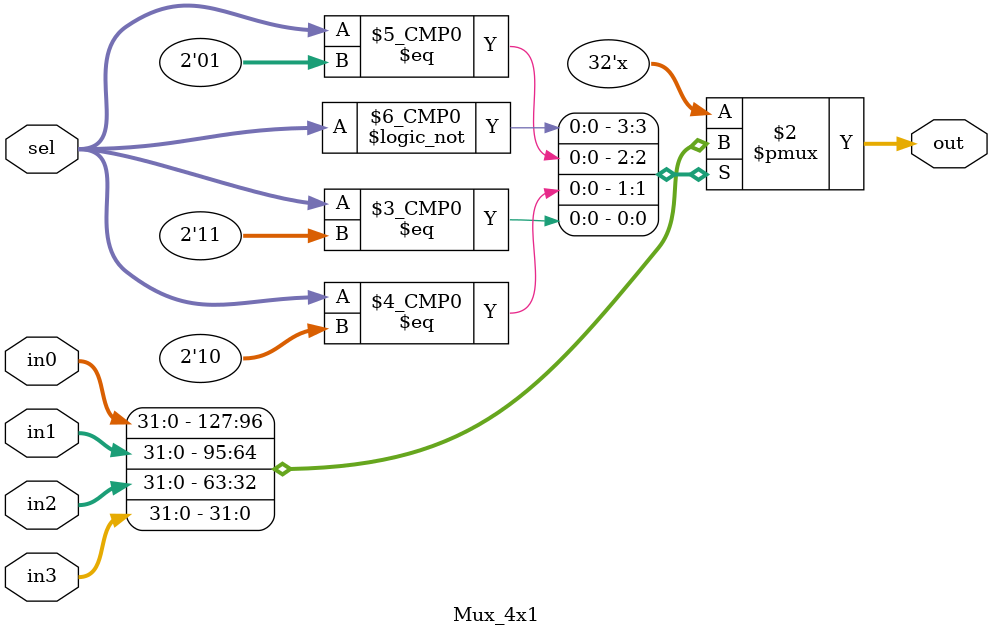
<source format=v>

module Mux_4x1 #(
    parameter width = 31
) (
    //---------------------- Input Ports ----------------------
    input wire [width:0] in0,  // From Slave 0 (M00)
    input wire [width:0] in1,  // From Slave 1 (M01)
    input wire [width:0] in2,  // From Slave 2 (M02)
    input wire [width:0] in3,  // From Slave 3 (M03)
    
    input wire [1:0] sel,      // Selection line (2 bits for 4 inputs)
    
    //---------------------- Output Ports ----------------------
    output reg [width:0] out   // Selected input
);

    //==========================================================================
    // Selection Logic
    //==========================================================================
    always @(*) begin
        case (sel)
            2'b00: out = in0; // Select first input (Slave 0)
            2'b01: out = in1; // Select second input (Slave 1)
            2'b10: out = in2; // Select third input (Slave 2)
            2'b11: out = in3; // Select fourth input (Slave 3)
            default: out = in0; // Default to avoid latch
        endcase
    end

endmodule


</source>
